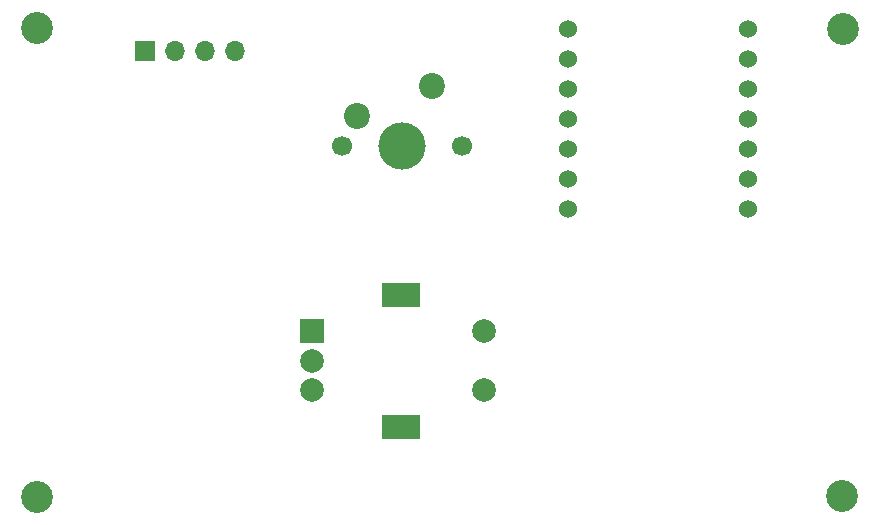
<source format=gbr>
%TF.GenerationSoftware,KiCad,Pcbnew,9.0.2*%
%TF.CreationDate,2025-07-02T04:02:23-04:00*%
%TF.ProjectId,PassPad_KiCAD,50617373-5061-4645-9f4b-694341442e6b,rev?*%
%TF.SameCoordinates,Original*%
%TF.FileFunction,Soldermask,Bot*%
%TF.FilePolarity,Negative*%
%FSLAX46Y46*%
G04 Gerber Fmt 4.6, Leading zero omitted, Abs format (unit mm)*
G04 Created by KiCad (PCBNEW 9.0.2) date 2025-07-02 04:02:23*
%MOMM*%
%LPD*%
G01*
G04 APERTURE LIST*
%ADD10C,2.700000*%
%ADD11R,1.700000X1.700000*%
%ADD12O,1.700000X1.700000*%
%ADD13C,1.700000*%
%ADD14C,4.000000*%
%ADD15C,2.200000*%
%ADD16R,2.000000X2.000000*%
%ADD17C,2.000000*%
%ADD18R,3.200000X2.000000*%
%ADD19C,1.524000*%
G04 APERTURE END LIST*
D10*
%TO.C,H4*%
X166241551Y-71889468D03*
%TD*%
D11*
%TO.C,J1*%
X107156250Y-73818750D03*
D12*
X109696250Y-73818750D03*
X112236250Y-73818750D03*
X114776250Y-73818750D03*
%TD*%
D13*
%TO.C,SW2*%
X123823450Y-81821028D03*
D14*
X128903450Y-81821028D03*
D13*
X133983450Y-81821028D03*
D15*
X131443450Y-76741028D03*
X125093450Y-79281028D03*
%TD*%
D10*
%TO.C,H1*%
X98056834Y-71858552D03*
%TD*%
%TO.C,H3*%
X166186859Y-111475774D03*
%TD*%
%TO.C,H2*%
X98017649Y-111507208D03*
%TD*%
D16*
%TO.C,SW1*%
X121337500Y-97512500D03*
D17*
X121337500Y-102512500D03*
X121337500Y-100012500D03*
D18*
X128837500Y-94412500D03*
X128837500Y-105612500D03*
D17*
X135837500Y-102512500D03*
X135837500Y-97512500D03*
%TD*%
D19*
%TO.C,U1*%
X142969086Y-71894350D03*
X142969086Y-74434350D03*
X142969086Y-76974350D03*
X142969086Y-79514350D03*
X142969086Y-82054350D03*
X142969086Y-84594350D03*
X142969086Y-87134350D03*
X158209086Y-87134350D03*
X158209086Y-84594350D03*
X158209086Y-82054350D03*
X158209086Y-79514350D03*
X158209086Y-76974350D03*
X158209086Y-74434350D03*
X158209086Y-71894350D03*
%TD*%
M02*

</source>
